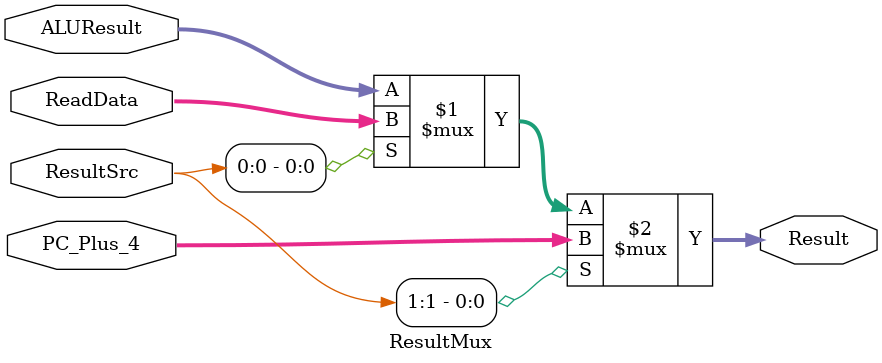
<source format=v>
module ResultMux (
		   input wire [31:0]  ALUResult,ReadData,PC_Plus_4,
		   input wire [1:0]  ResultSrc,
		   output wire [31:0] Result
		   );

   assign Result = ResultSrc[1] ? PC_Plus_4 :(ResultSrc[0] ? ReadData : ALUResult);

endmodule

</source>
